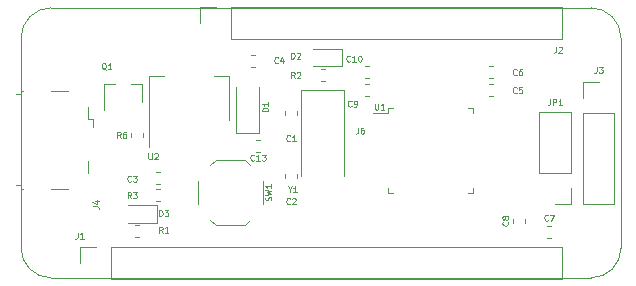
<source format=gbr>
G04 #@! TF.GenerationSoftware,KiCad,Pcbnew,(5.1.5)-2*
G04 #@! TF.CreationDate,2020-08-18T22:47:36+04:00*
G04 #@! TF.ProjectId,stm32f103_feather,73746d33-3266-4313-9033-5f6665617468,rev?*
G04 #@! TF.SameCoordinates,Original*
G04 #@! TF.FileFunction,Legend,Top*
G04 #@! TF.FilePolarity,Positive*
%FSLAX46Y46*%
G04 Gerber Fmt 4.6, Leading zero omitted, Abs format (unit mm)*
G04 Created by KiCad (PCBNEW (5.1.5)-2) date 2020-08-18 22:47:36*
%MOMM*%
%LPD*%
G04 APERTURE LIST*
G04 #@! TA.AperFunction,Profile*
%ADD10C,0.050000*%
G04 #@! TD*
%ADD11C,0.101600*%
G04 APERTURE END LIST*
D10*
X175260000Y-76200000D02*
X129540000Y-76200000D01*
X177800000Y-96520000D02*
X177800000Y-78740000D01*
X129540000Y-99060000D02*
X175260000Y-99060000D01*
X127000000Y-78740000D02*
X127000000Y-96520000D01*
X175260000Y-76200000D02*
G75*
G02X177800000Y-78740000I0J-2540000D01*
G01*
X177800000Y-96520000D02*
G75*
G02X175260000Y-99060000I-2540000J0D01*
G01*
X129540000Y-99060000D02*
G75*
G02X127000000Y-96520000I0J2540000D01*
G01*
X127000000Y-78740000D02*
G75*
G02X129540000Y-76200000I2540000J0D01*
G01*
D11*
G04 #@! TO.C,J2*
X142180000Y-77470000D02*
X142180000Y-76140000D01*
X142180000Y-76140000D02*
X143510000Y-76140000D01*
X144780000Y-76140000D02*
X172780000Y-76140000D01*
X172780000Y-78800000D02*
X172780000Y-76140000D01*
X144780000Y-78800000D02*
X172780000Y-78800000D01*
X144780000Y-78800000D02*
X144780000Y-76140000D01*
G04 #@! TO.C,R6*
X136332500Y-86809733D02*
X136332500Y-87152267D01*
X137352500Y-86809733D02*
X137352500Y-87152267D01*
G04 #@! TO.C,Q1*
X137216000Y-82679000D02*
X137216000Y-84139000D01*
X134056000Y-82679000D02*
X134056000Y-84839000D01*
X134056000Y-82679000D02*
X134986000Y-82679000D01*
X137216000Y-82679000D02*
X136286000Y-82679000D01*
G04 #@! TO.C,JP1*
X173542000Y-92770000D02*
X172212000Y-92770000D01*
X173542000Y-91440000D02*
X173542000Y-92770000D01*
X173542000Y-90170000D02*
X170882000Y-90170000D01*
X170882000Y-90170000D02*
X170882000Y-85030000D01*
X173542000Y-90170000D02*
X173542000Y-85030000D01*
X173542000Y-85030000D02*
X170882000Y-85030000D01*
G04 #@! TO.C,D1*
X145177000Y-86832000D02*
X145177000Y-82932000D01*
X147177000Y-86832000D02*
X147177000Y-82932000D01*
X145177000Y-86832000D02*
X147177000Y-86832000D01*
G04 #@! TO.C,J4*
X132702000Y-89176000D02*
X132702000Y-90176000D01*
X132702000Y-85576000D02*
X132702000Y-84576000D01*
X133127000Y-85576000D02*
X132702000Y-85576000D01*
X133127000Y-86301000D02*
X133127000Y-85576000D01*
X129552000Y-91526000D02*
X130952000Y-91526000D01*
X127002000Y-91526000D02*
X127152000Y-91526000D01*
X127002000Y-91226000D02*
X127002000Y-91526000D01*
X126552000Y-91226000D02*
X127002000Y-91226000D01*
X127002000Y-83526000D02*
X126552000Y-83526000D01*
X127002000Y-83226000D02*
X127002000Y-83526000D01*
X127152000Y-83226000D02*
X127002000Y-83226000D01*
X130952000Y-83226000D02*
X129552000Y-83226000D01*
G04 #@! TO.C,J3*
X174565000Y-82490000D02*
X175895000Y-82490000D01*
X174565000Y-83820000D02*
X174565000Y-82490000D01*
X174565000Y-85090000D02*
X177225000Y-85090000D01*
X177225000Y-85090000D02*
X177225000Y-92770000D01*
X174565000Y-85090000D02*
X174565000Y-92770000D01*
X174565000Y-92770000D02*
X177225000Y-92770000D01*
G04 #@! TO.C,R3*
X138463233Y-92585000D02*
X138805767Y-92585000D01*
X138463233Y-91565000D02*
X138805767Y-91565000D01*
G04 #@! TO.C,R2*
X152355733Y-82425000D02*
X152698267Y-82425000D01*
X152355733Y-81405000D02*
X152698267Y-81405000D01*
G04 #@! TO.C,R1*
X136685233Y-95633000D02*
X137027767Y-95633000D01*
X136685233Y-94613000D02*
X137027767Y-94613000D01*
G04 #@! TO.C,D3*
X138502500Y-92927500D02*
X136042500Y-92927500D01*
X138502500Y-94397500D02*
X138502500Y-92927500D01*
X136042500Y-94397500D02*
X138502500Y-94397500D01*
G04 #@! TO.C,D2*
X154201000Y-79656000D02*
X151741000Y-79656000D01*
X154201000Y-81126000D02*
X154201000Y-79656000D01*
X151741000Y-81126000D02*
X154201000Y-81126000D01*
G04 #@! TO.C,C13*
X147237267Y-87374000D02*
X146894733Y-87374000D01*
X147237267Y-88394000D02*
X146894733Y-88394000D01*
G04 #@! TO.C,C10*
X156494267Y-81151000D02*
X156151733Y-81151000D01*
X156494267Y-82171000D02*
X156151733Y-82171000D01*
G04 #@! TO.C,C9*
X156494267Y-82675000D02*
X156151733Y-82675000D01*
X156494267Y-83695000D02*
X156151733Y-83695000D01*
G04 #@! TO.C,C8*
X168654000Y-94062733D02*
X168654000Y-94405267D01*
X169674000Y-94062733D02*
X169674000Y-94405267D01*
G04 #@! TO.C,C7*
X171875267Y-94648500D02*
X171532733Y-94648500D01*
X171875267Y-95668500D02*
X171532733Y-95668500D01*
G04 #@! TO.C,C6*
X166579733Y-82171000D02*
X166922267Y-82171000D01*
X166579733Y-81151000D02*
X166922267Y-81151000D01*
G04 #@! TO.C,C5*
X166579733Y-83695000D02*
X166922267Y-83695000D01*
X166579733Y-82675000D02*
X166922267Y-82675000D01*
G04 #@! TO.C,U2*
X137814000Y-87945400D02*
X137814000Y-81935400D01*
X144634000Y-85695400D02*
X144634000Y-81935400D01*
X137814000Y-81935400D02*
X139074000Y-81935400D01*
X144634000Y-81935400D02*
X143374000Y-81935400D01*
G04 #@! TO.C,C4*
X146844867Y-80160400D02*
X146502333Y-80160400D01*
X146844867Y-81180400D02*
X146502333Y-81180400D01*
G04 #@! TO.C,SW1*
X143466500Y-89071000D02*
X145966500Y-89071000D01*
X141966500Y-90821000D02*
X141966500Y-92821000D01*
X143466500Y-94571000D02*
X145966500Y-94571000D01*
X147466500Y-90821000D02*
X147466500Y-92821000D01*
X143016500Y-89521000D02*
X143466500Y-89071000D01*
X146416500Y-89521000D02*
X145966500Y-89071000D01*
X146416500Y-94121000D02*
X145966500Y-94571000D01*
X143016500Y-94121000D02*
X143466500Y-94571000D01*
G04 #@! TO.C,C3*
X138463233Y-91124500D02*
X138805767Y-91124500D01*
X138463233Y-90104500D02*
X138805767Y-90104500D01*
G04 #@! TO.C,C2*
X150370000Y-90595267D02*
X150370000Y-90252733D01*
X149350000Y-90595267D02*
X149350000Y-90252733D01*
G04 #@! TO.C,C1*
X150370000Y-85261267D02*
X150370000Y-84918733D01*
X149350000Y-85261267D02*
X149350000Y-84918733D01*
G04 #@! TO.C,Y1*
X150727000Y-83147000D02*
X150727000Y-90397000D01*
X154327000Y-83147000D02*
X150727000Y-83147000D01*
X154327000Y-90397000D02*
X154327000Y-83147000D01*
G04 #@! TO.C,U1*
X158061000Y-85105000D02*
X156771000Y-85105000D01*
X158061000Y-84655000D02*
X158061000Y-85105000D01*
X158511000Y-84655000D02*
X158061000Y-84655000D01*
X165281000Y-84655000D02*
X165281000Y-85105000D01*
X164831000Y-84655000D02*
X165281000Y-84655000D01*
X158061000Y-91875000D02*
X158061000Y-91425000D01*
X158511000Y-91875000D02*
X158061000Y-91875000D01*
X165281000Y-91875000D02*
X165281000Y-91425000D01*
X164831000Y-91875000D02*
X165281000Y-91875000D01*
G04 #@! TO.C,J1*
X132020000Y-97790000D02*
X132020000Y-96460000D01*
X132020000Y-96460000D02*
X133350000Y-96460000D01*
X134620000Y-96460000D02*
X172780000Y-96460000D01*
X172780000Y-99120000D02*
X172780000Y-96460000D01*
X134620000Y-99120000D02*
X172780000Y-99120000D01*
X134620000Y-99120000D02*
X134620000Y-96460000D01*
G04 #@! TD*
G04 #@! TO.C,J6*
X155532666Y-86335809D02*
X155532666Y-86698666D01*
X155508476Y-86771238D01*
X155460095Y-86819619D01*
X155387523Y-86843809D01*
X155339142Y-86843809D01*
X155992285Y-86335809D02*
X155895523Y-86335809D01*
X155847142Y-86360000D01*
X155822952Y-86384190D01*
X155774571Y-86456761D01*
X155750380Y-86553523D01*
X155750380Y-86747047D01*
X155774571Y-86795428D01*
X155798761Y-86819619D01*
X155847142Y-86843809D01*
X155943904Y-86843809D01*
X155992285Y-86819619D01*
X156016476Y-86795428D01*
X156040666Y-86747047D01*
X156040666Y-86626095D01*
X156016476Y-86577714D01*
X155992285Y-86553523D01*
X155943904Y-86529333D01*
X155847142Y-86529333D01*
X155798761Y-86553523D01*
X155774571Y-86577714D01*
X155750380Y-86626095D01*
G04 #@! TO.C,J2*
X172296666Y-79477809D02*
X172296666Y-79840666D01*
X172272476Y-79913238D01*
X172224095Y-79961619D01*
X172151523Y-79985809D01*
X172103142Y-79985809D01*
X172514380Y-79526190D02*
X172538571Y-79502000D01*
X172586952Y-79477809D01*
X172707904Y-79477809D01*
X172756285Y-79502000D01*
X172780476Y-79526190D01*
X172804666Y-79574571D01*
X172804666Y-79622952D01*
X172780476Y-79695523D01*
X172490190Y-79985809D01*
X172804666Y-79985809D01*
G04 #@! TO.C,R6*
X135424333Y-87210809D02*
X135255000Y-86968904D01*
X135134047Y-87210809D02*
X135134047Y-86702809D01*
X135327571Y-86702809D01*
X135375952Y-86727000D01*
X135400142Y-86751190D01*
X135424333Y-86799571D01*
X135424333Y-86872142D01*
X135400142Y-86920523D01*
X135375952Y-86944714D01*
X135327571Y-86968904D01*
X135134047Y-86968904D01*
X135859761Y-86702809D02*
X135763000Y-86702809D01*
X135714619Y-86727000D01*
X135690428Y-86751190D01*
X135642047Y-86823761D01*
X135617857Y-86920523D01*
X135617857Y-87114047D01*
X135642047Y-87162428D01*
X135666238Y-87186619D01*
X135714619Y-87210809D01*
X135811380Y-87210809D01*
X135859761Y-87186619D01*
X135883952Y-87162428D01*
X135908142Y-87114047D01*
X135908142Y-86993095D01*
X135883952Y-86944714D01*
X135859761Y-86920523D01*
X135811380Y-86896333D01*
X135714619Y-86896333D01*
X135666238Y-86920523D01*
X135642047Y-86944714D01*
X135617857Y-86993095D01*
G04 #@! TO.C,Q1*
X134190619Y-81431190D02*
X134142238Y-81407000D01*
X134093857Y-81358619D01*
X134021285Y-81286047D01*
X133972904Y-81261857D01*
X133924523Y-81261857D01*
X133948714Y-81382809D02*
X133900333Y-81358619D01*
X133851952Y-81310238D01*
X133827761Y-81213476D01*
X133827761Y-81044142D01*
X133851952Y-80947380D01*
X133900333Y-80899000D01*
X133948714Y-80874809D01*
X134045476Y-80874809D01*
X134093857Y-80899000D01*
X134142238Y-80947380D01*
X134166428Y-81044142D01*
X134166428Y-81213476D01*
X134142238Y-81310238D01*
X134093857Y-81358619D01*
X134045476Y-81382809D01*
X133948714Y-81382809D01*
X134650238Y-81382809D02*
X134359952Y-81382809D01*
X134505095Y-81382809D02*
X134505095Y-80874809D01*
X134456714Y-80947380D01*
X134408333Y-80995761D01*
X134359952Y-81019952D01*
G04 #@! TO.C,JP1*
X171788666Y-83922809D02*
X171788666Y-84285666D01*
X171764476Y-84358238D01*
X171716095Y-84406619D01*
X171643523Y-84430809D01*
X171595142Y-84430809D01*
X172030571Y-84430809D02*
X172030571Y-83922809D01*
X172224095Y-83922809D01*
X172272476Y-83947000D01*
X172296666Y-83971190D01*
X172320857Y-84019571D01*
X172320857Y-84092142D01*
X172296666Y-84140523D01*
X172272476Y-84164714D01*
X172224095Y-84188904D01*
X172030571Y-84188904D01*
X172804666Y-84430809D02*
X172514380Y-84430809D01*
X172659523Y-84430809D02*
X172659523Y-83922809D01*
X172611142Y-83995380D01*
X172562761Y-84043761D01*
X172514380Y-84067952D01*
G04 #@! TO.C,D1*
X147930809Y-84956952D02*
X147422809Y-84956952D01*
X147422809Y-84836000D01*
X147447000Y-84763428D01*
X147495380Y-84715047D01*
X147543761Y-84690857D01*
X147640523Y-84666666D01*
X147713095Y-84666666D01*
X147809857Y-84690857D01*
X147858238Y-84715047D01*
X147906619Y-84763428D01*
X147930809Y-84836000D01*
X147930809Y-84956952D01*
X147930809Y-84182857D02*
X147930809Y-84473142D01*
X147930809Y-84328000D02*
X147422809Y-84328000D01*
X147495380Y-84376380D01*
X147543761Y-84424761D01*
X147567952Y-84473142D01*
G04 #@! TO.C,J4*
X133071809Y-93006333D02*
X133434666Y-93006333D01*
X133507238Y-93030523D01*
X133555619Y-93078904D01*
X133579809Y-93151476D01*
X133579809Y-93199857D01*
X133241142Y-92546714D02*
X133579809Y-92546714D01*
X133047619Y-92667666D02*
X133410476Y-92788619D01*
X133410476Y-92474142D01*
G04 #@! TO.C,J3*
X175725666Y-81211809D02*
X175725666Y-81574666D01*
X175701476Y-81647238D01*
X175653095Y-81695619D01*
X175580523Y-81719809D01*
X175532142Y-81719809D01*
X175919190Y-81211809D02*
X176233666Y-81211809D01*
X176064333Y-81405333D01*
X176136904Y-81405333D01*
X176185285Y-81429523D01*
X176209476Y-81453714D01*
X176233666Y-81502095D01*
X176233666Y-81623047D01*
X176209476Y-81671428D01*
X176185285Y-81695619D01*
X176136904Y-81719809D01*
X175991761Y-81719809D01*
X175943380Y-81695619D01*
X175919190Y-81671428D01*
G04 #@! TO.C,R3*
X136313333Y-92304809D02*
X136144000Y-92062904D01*
X136023047Y-92304809D02*
X136023047Y-91796809D01*
X136216571Y-91796809D01*
X136264952Y-91821000D01*
X136289142Y-91845190D01*
X136313333Y-91893571D01*
X136313333Y-91966142D01*
X136289142Y-92014523D01*
X136264952Y-92038714D01*
X136216571Y-92062904D01*
X136023047Y-92062904D01*
X136482666Y-91796809D02*
X136797142Y-91796809D01*
X136627809Y-91990333D01*
X136700380Y-91990333D01*
X136748761Y-92014523D01*
X136772952Y-92038714D01*
X136797142Y-92087095D01*
X136797142Y-92208047D01*
X136772952Y-92256428D01*
X136748761Y-92280619D01*
X136700380Y-92304809D01*
X136555238Y-92304809D01*
X136506857Y-92280619D01*
X136482666Y-92256428D01*
G04 #@! TO.C,R2*
X150156333Y-82144809D02*
X149987000Y-81902904D01*
X149866047Y-82144809D02*
X149866047Y-81636809D01*
X150059571Y-81636809D01*
X150107952Y-81661000D01*
X150132142Y-81685190D01*
X150156333Y-81733571D01*
X150156333Y-81806142D01*
X150132142Y-81854523D01*
X150107952Y-81878714D01*
X150059571Y-81902904D01*
X149866047Y-81902904D01*
X150349857Y-81685190D02*
X150374047Y-81661000D01*
X150422428Y-81636809D01*
X150543380Y-81636809D01*
X150591761Y-81661000D01*
X150615952Y-81685190D01*
X150640142Y-81733571D01*
X150640142Y-81781952D01*
X150615952Y-81854523D01*
X150325666Y-82144809D01*
X150640142Y-82144809D01*
G04 #@! TO.C,R1*
X138980333Y-95225809D02*
X138811000Y-94983904D01*
X138690047Y-95225809D02*
X138690047Y-94717809D01*
X138883571Y-94717809D01*
X138931952Y-94742000D01*
X138956142Y-94766190D01*
X138980333Y-94814571D01*
X138980333Y-94887142D01*
X138956142Y-94935523D01*
X138931952Y-94959714D01*
X138883571Y-94983904D01*
X138690047Y-94983904D01*
X139464142Y-95225809D02*
X139173857Y-95225809D01*
X139319000Y-95225809D02*
X139319000Y-94717809D01*
X139270619Y-94790380D01*
X139222238Y-94838761D01*
X139173857Y-94862952D01*
G04 #@! TO.C,D3*
X138690047Y-93828809D02*
X138690047Y-93320809D01*
X138811000Y-93320809D01*
X138883571Y-93345000D01*
X138931952Y-93393380D01*
X138956142Y-93441761D01*
X138980333Y-93538523D01*
X138980333Y-93611095D01*
X138956142Y-93707857D01*
X138931952Y-93756238D01*
X138883571Y-93804619D01*
X138811000Y-93828809D01*
X138690047Y-93828809D01*
X139149666Y-93320809D02*
X139464142Y-93320809D01*
X139294809Y-93514333D01*
X139367380Y-93514333D01*
X139415761Y-93538523D01*
X139439952Y-93562714D01*
X139464142Y-93611095D01*
X139464142Y-93732047D01*
X139439952Y-93780428D01*
X139415761Y-93804619D01*
X139367380Y-93828809D01*
X139222238Y-93828809D01*
X139173857Y-93804619D01*
X139149666Y-93780428D01*
G04 #@! TO.C,D2*
X149866047Y-80493809D02*
X149866047Y-79985809D01*
X149987000Y-79985809D01*
X150059571Y-80010000D01*
X150107952Y-80058380D01*
X150132142Y-80106761D01*
X150156333Y-80203523D01*
X150156333Y-80276095D01*
X150132142Y-80372857D01*
X150107952Y-80421238D01*
X150059571Y-80469619D01*
X149987000Y-80493809D01*
X149866047Y-80493809D01*
X150349857Y-80034190D02*
X150374047Y-80010000D01*
X150422428Y-79985809D01*
X150543380Y-79985809D01*
X150591761Y-80010000D01*
X150615952Y-80034190D01*
X150640142Y-80082571D01*
X150640142Y-80130952D01*
X150615952Y-80203523D01*
X150325666Y-80493809D01*
X150640142Y-80493809D01*
G04 #@! TO.C,C13*
X146739428Y-89081428D02*
X146715238Y-89105619D01*
X146642666Y-89129809D01*
X146594285Y-89129809D01*
X146521714Y-89105619D01*
X146473333Y-89057238D01*
X146449142Y-89008857D01*
X146424952Y-88912095D01*
X146424952Y-88839523D01*
X146449142Y-88742761D01*
X146473333Y-88694380D01*
X146521714Y-88646000D01*
X146594285Y-88621809D01*
X146642666Y-88621809D01*
X146715238Y-88646000D01*
X146739428Y-88670190D01*
X147223238Y-89129809D02*
X146932952Y-89129809D01*
X147078095Y-89129809D02*
X147078095Y-88621809D01*
X147029714Y-88694380D01*
X146981333Y-88742761D01*
X146932952Y-88766952D01*
X147392571Y-88621809D02*
X147707047Y-88621809D01*
X147537714Y-88815333D01*
X147610285Y-88815333D01*
X147658666Y-88839523D01*
X147682857Y-88863714D01*
X147707047Y-88912095D01*
X147707047Y-89033047D01*
X147682857Y-89081428D01*
X147658666Y-89105619D01*
X147610285Y-89129809D01*
X147465142Y-89129809D01*
X147416761Y-89105619D01*
X147392571Y-89081428D01*
G04 #@! TO.C,C10*
X154867428Y-80699428D02*
X154843238Y-80723619D01*
X154770666Y-80747809D01*
X154722285Y-80747809D01*
X154649714Y-80723619D01*
X154601333Y-80675238D01*
X154577142Y-80626857D01*
X154552952Y-80530095D01*
X154552952Y-80457523D01*
X154577142Y-80360761D01*
X154601333Y-80312380D01*
X154649714Y-80264000D01*
X154722285Y-80239809D01*
X154770666Y-80239809D01*
X154843238Y-80264000D01*
X154867428Y-80288190D01*
X155351238Y-80747809D02*
X155060952Y-80747809D01*
X155206095Y-80747809D02*
X155206095Y-80239809D01*
X155157714Y-80312380D01*
X155109333Y-80360761D01*
X155060952Y-80384952D01*
X155665714Y-80239809D02*
X155714095Y-80239809D01*
X155762476Y-80264000D01*
X155786666Y-80288190D01*
X155810857Y-80336571D01*
X155835047Y-80433333D01*
X155835047Y-80554285D01*
X155810857Y-80651047D01*
X155786666Y-80699428D01*
X155762476Y-80723619D01*
X155714095Y-80747809D01*
X155665714Y-80747809D01*
X155617333Y-80723619D01*
X155593142Y-80699428D01*
X155568952Y-80651047D01*
X155544761Y-80554285D01*
X155544761Y-80433333D01*
X155568952Y-80336571D01*
X155593142Y-80288190D01*
X155617333Y-80264000D01*
X155665714Y-80239809D01*
G04 #@! TO.C,C9*
X154982333Y-84509428D02*
X154958142Y-84533619D01*
X154885571Y-84557809D01*
X154837190Y-84557809D01*
X154764619Y-84533619D01*
X154716238Y-84485238D01*
X154692047Y-84436857D01*
X154667857Y-84340095D01*
X154667857Y-84267523D01*
X154692047Y-84170761D01*
X154716238Y-84122380D01*
X154764619Y-84074000D01*
X154837190Y-84049809D01*
X154885571Y-84049809D01*
X154958142Y-84074000D01*
X154982333Y-84098190D01*
X155224238Y-84557809D02*
X155321000Y-84557809D01*
X155369380Y-84533619D01*
X155393571Y-84509428D01*
X155441952Y-84436857D01*
X155466142Y-84340095D01*
X155466142Y-84146571D01*
X155441952Y-84098190D01*
X155417761Y-84074000D01*
X155369380Y-84049809D01*
X155272619Y-84049809D01*
X155224238Y-84074000D01*
X155200047Y-84098190D01*
X155175857Y-84146571D01*
X155175857Y-84267523D01*
X155200047Y-84315904D01*
X155224238Y-84340095D01*
X155272619Y-84364285D01*
X155369380Y-84364285D01*
X155417761Y-84340095D01*
X155441952Y-84315904D01*
X155466142Y-84267523D01*
G04 #@! TO.C,C8*
X168202428Y-94318666D02*
X168226619Y-94342857D01*
X168250809Y-94415428D01*
X168250809Y-94463809D01*
X168226619Y-94536380D01*
X168178238Y-94584761D01*
X168129857Y-94608952D01*
X168033095Y-94633142D01*
X167960523Y-94633142D01*
X167863761Y-94608952D01*
X167815380Y-94584761D01*
X167767000Y-94536380D01*
X167742809Y-94463809D01*
X167742809Y-94415428D01*
X167767000Y-94342857D01*
X167791190Y-94318666D01*
X167960523Y-94028380D02*
X167936333Y-94076761D01*
X167912142Y-94100952D01*
X167863761Y-94125142D01*
X167839571Y-94125142D01*
X167791190Y-94100952D01*
X167767000Y-94076761D01*
X167742809Y-94028380D01*
X167742809Y-93931619D01*
X167767000Y-93883238D01*
X167791190Y-93859047D01*
X167839571Y-93834857D01*
X167863761Y-93834857D01*
X167912142Y-93859047D01*
X167936333Y-93883238D01*
X167960523Y-93931619D01*
X167960523Y-94028380D01*
X167984714Y-94076761D01*
X168008904Y-94100952D01*
X168057285Y-94125142D01*
X168154047Y-94125142D01*
X168202428Y-94100952D01*
X168226619Y-94076761D01*
X168250809Y-94028380D01*
X168250809Y-93931619D01*
X168226619Y-93883238D01*
X168202428Y-93859047D01*
X168154047Y-93834857D01*
X168057285Y-93834857D01*
X168008904Y-93859047D01*
X167984714Y-93883238D01*
X167960523Y-93931619D01*
G04 #@! TO.C,C7*
X171619333Y-94161428D02*
X171595142Y-94185619D01*
X171522571Y-94209809D01*
X171474190Y-94209809D01*
X171401619Y-94185619D01*
X171353238Y-94137238D01*
X171329047Y-94088857D01*
X171304857Y-93992095D01*
X171304857Y-93919523D01*
X171329047Y-93822761D01*
X171353238Y-93774380D01*
X171401619Y-93726000D01*
X171474190Y-93701809D01*
X171522571Y-93701809D01*
X171595142Y-93726000D01*
X171619333Y-93750190D01*
X171788666Y-93701809D02*
X172127333Y-93701809D01*
X171909619Y-94209809D01*
G04 #@! TO.C,C6*
X168952333Y-81842428D02*
X168928142Y-81866619D01*
X168855571Y-81890809D01*
X168807190Y-81890809D01*
X168734619Y-81866619D01*
X168686238Y-81818238D01*
X168662047Y-81769857D01*
X168637857Y-81673095D01*
X168637857Y-81600523D01*
X168662047Y-81503761D01*
X168686238Y-81455380D01*
X168734619Y-81407000D01*
X168807190Y-81382809D01*
X168855571Y-81382809D01*
X168928142Y-81407000D01*
X168952333Y-81431190D01*
X169387761Y-81382809D02*
X169291000Y-81382809D01*
X169242619Y-81407000D01*
X169218428Y-81431190D01*
X169170047Y-81503761D01*
X169145857Y-81600523D01*
X169145857Y-81794047D01*
X169170047Y-81842428D01*
X169194238Y-81866619D01*
X169242619Y-81890809D01*
X169339380Y-81890809D01*
X169387761Y-81866619D01*
X169411952Y-81842428D01*
X169436142Y-81794047D01*
X169436142Y-81673095D01*
X169411952Y-81624714D01*
X169387761Y-81600523D01*
X169339380Y-81576333D01*
X169242619Y-81576333D01*
X169194238Y-81600523D01*
X169170047Y-81624714D01*
X169145857Y-81673095D01*
G04 #@! TO.C,C5*
X168952333Y-83366428D02*
X168928142Y-83390619D01*
X168855571Y-83414809D01*
X168807190Y-83414809D01*
X168734619Y-83390619D01*
X168686238Y-83342238D01*
X168662047Y-83293857D01*
X168637857Y-83197095D01*
X168637857Y-83124523D01*
X168662047Y-83027761D01*
X168686238Y-82979380D01*
X168734619Y-82931000D01*
X168807190Y-82906809D01*
X168855571Y-82906809D01*
X168928142Y-82931000D01*
X168952333Y-82955190D01*
X169411952Y-82906809D02*
X169170047Y-82906809D01*
X169145857Y-83148714D01*
X169170047Y-83124523D01*
X169218428Y-83100333D01*
X169339380Y-83100333D01*
X169387761Y-83124523D01*
X169411952Y-83148714D01*
X169436142Y-83197095D01*
X169436142Y-83318047D01*
X169411952Y-83366428D01*
X169387761Y-83390619D01*
X169339380Y-83414809D01*
X169218428Y-83414809D01*
X169170047Y-83390619D01*
X169145857Y-83366428D01*
G04 #@! TO.C,U2*
X137788952Y-88494809D02*
X137788952Y-88906047D01*
X137813142Y-88954428D01*
X137837333Y-88978619D01*
X137885714Y-89002809D01*
X137982476Y-89002809D01*
X138030857Y-88978619D01*
X138055047Y-88954428D01*
X138079238Y-88906047D01*
X138079238Y-88494809D01*
X138296952Y-88543190D02*
X138321142Y-88519000D01*
X138369523Y-88494809D01*
X138490476Y-88494809D01*
X138538857Y-88519000D01*
X138563047Y-88543190D01*
X138587238Y-88591571D01*
X138587238Y-88639952D01*
X138563047Y-88712523D01*
X138272761Y-89002809D01*
X138587238Y-89002809D01*
G04 #@! TO.C,C4*
X148759333Y-80826428D02*
X148735142Y-80850619D01*
X148662571Y-80874809D01*
X148614190Y-80874809D01*
X148541619Y-80850619D01*
X148493238Y-80802238D01*
X148469047Y-80753857D01*
X148444857Y-80657095D01*
X148444857Y-80584523D01*
X148469047Y-80487761D01*
X148493238Y-80439380D01*
X148541619Y-80391000D01*
X148614190Y-80366809D01*
X148662571Y-80366809D01*
X148735142Y-80391000D01*
X148759333Y-80415190D01*
X149194761Y-80536142D02*
X149194761Y-80874809D01*
X149073809Y-80342619D02*
X148952857Y-80705476D01*
X149267333Y-80705476D01*
G04 #@! TO.C,SW1*
X148160619Y-92498333D02*
X148184809Y-92425761D01*
X148184809Y-92304809D01*
X148160619Y-92256428D01*
X148136428Y-92232238D01*
X148088047Y-92208047D01*
X148039666Y-92208047D01*
X147991285Y-92232238D01*
X147967095Y-92256428D01*
X147942904Y-92304809D01*
X147918714Y-92401571D01*
X147894523Y-92449952D01*
X147870333Y-92474142D01*
X147821952Y-92498333D01*
X147773571Y-92498333D01*
X147725190Y-92474142D01*
X147701000Y-92449952D01*
X147676809Y-92401571D01*
X147676809Y-92280619D01*
X147701000Y-92208047D01*
X147676809Y-92038714D02*
X148184809Y-91917761D01*
X147821952Y-91821000D01*
X148184809Y-91724238D01*
X147676809Y-91603285D01*
X148184809Y-91143666D02*
X148184809Y-91433952D01*
X148184809Y-91288809D02*
X147676809Y-91288809D01*
X147749380Y-91337190D01*
X147797761Y-91385571D01*
X147821952Y-91433952D01*
G04 #@! TO.C,C3*
X136313333Y-90859428D02*
X136289142Y-90883619D01*
X136216571Y-90907809D01*
X136168190Y-90907809D01*
X136095619Y-90883619D01*
X136047238Y-90835238D01*
X136023047Y-90786857D01*
X135998857Y-90690095D01*
X135998857Y-90617523D01*
X136023047Y-90520761D01*
X136047238Y-90472380D01*
X136095619Y-90424000D01*
X136168190Y-90399809D01*
X136216571Y-90399809D01*
X136289142Y-90424000D01*
X136313333Y-90448190D01*
X136482666Y-90399809D02*
X136797142Y-90399809D01*
X136627809Y-90593333D01*
X136700380Y-90593333D01*
X136748761Y-90617523D01*
X136772952Y-90641714D01*
X136797142Y-90690095D01*
X136797142Y-90811047D01*
X136772952Y-90859428D01*
X136748761Y-90883619D01*
X136700380Y-90907809D01*
X136555238Y-90907809D01*
X136506857Y-90883619D01*
X136482666Y-90859428D01*
G04 #@! TO.C,C2*
X149775333Y-92764428D02*
X149751142Y-92788619D01*
X149678571Y-92812809D01*
X149630190Y-92812809D01*
X149557619Y-92788619D01*
X149509238Y-92740238D01*
X149485047Y-92691857D01*
X149460857Y-92595095D01*
X149460857Y-92522523D01*
X149485047Y-92425761D01*
X149509238Y-92377380D01*
X149557619Y-92329000D01*
X149630190Y-92304809D01*
X149678571Y-92304809D01*
X149751142Y-92329000D01*
X149775333Y-92353190D01*
X149968857Y-92353190D02*
X149993047Y-92329000D01*
X150041428Y-92304809D01*
X150162380Y-92304809D01*
X150210761Y-92329000D01*
X150234952Y-92353190D01*
X150259142Y-92401571D01*
X150259142Y-92449952D01*
X150234952Y-92522523D01*
X149944666Y-92812809D01*
X150259142Y-92812809D01*
G04 #@! TO.C,C1*
X149775333Y-87430428D02*
X149751142Y-87454619D01*
X149678571Y-87478809D01*
X149630190Y-87478809D01*
X149557619Y-87454619D01*
X149509238Y-87406238D01*
X149485047Y-87357857D01*
X149460857Y-87261095D01*
X149460857Y-87188523D01*
X149485047Y-87091761D01*
X149509238Y-87043380D01*
X149557619Y-86995000D01*
X149630190Y-86970809D01*
X149678571Y-86970809D01*
X149751142Y-86995000D01*
X149775333Y-87019190D01*
X150259142Y-87478809D02*
X149968857Y-87478809D01*
X150114000Y-87478809D02*
X150114000Y-86970809D01*
X150065619Y-87043380D01*
X150017238Y-87091761D01*
X149968857Y-87115952D01*
G04 #@! TO.C,Y1*
X149745095Y-91554904D02*
X149745095Y-91796809D01*
X149575761Y-91288809D02*
X149745095Y-91554904D01*
X149914428Y-91288809D01*
X150349857Y-91796809D02*
X150059571Y-91796809D01*
X150204714Y-91796809D02*
X150204714Y-91288809D01*
X150156333Y-91361380D01*
X150107952Y-91409761D01*
X150059571Y-91433952D01*
G04 #@! TO.C,U1*
X156965952Y-84303809D02*
X156965952Y-84715047D01*
X156990142Y-84763428D01*
X157014333Y-84787619D01*
X157062714Y-84811809D01*
X157159476Y-84811809D01*
X157207857Y-84787619D01*
X157232047Y-84763428D01*
X157256238Y-84715047D01*
X157256238Y-84303809D01*
X157764238Y-84811809D02*
X157473952Y-84811809D01*
X157619095Y-84811809D02*
X157619095Y-84303809D01*
X157570714Y-84376380D01*
X157522333Y-84424761D01*
X157473952Y-84448952D01*
G04 #@! TO.C,J1*
X131783666Y-95225809D02*
X131783666Y-95588666D01*
X131759476Y-95661238D01*
X131711095Y-95709619D01*
X131638523Y-95733809D01*
X131590142Y-95733809D01*
X132291666Y-95733809D02*
X132001380Y-95733809D01*
X132146523Y-95733809D02*
X132146523Y-95225809D01*
X132098142Y-95298380D01*
X132049761Y-95346761D01*
X132001380Y-95370952D01*
G04 #@! TD*
M02*

</source>
